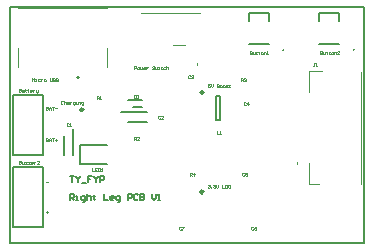
<source format=gto>
G04*
G04 #@! TF.GenerationSoftware,Altium Limited,Altium Designer,20.0.1 (14)*
G04*
G04 Layer_Color=65535*
%FSLAX24Y24*%
%MOIN*%
G70*
G01*
G75*
%ADD10C,0.0079*%
%ADD11C,0.0098*%
%ADD12C,0.0039*%
%ADD13C,0.0050*%
%ADD14C,0.0020*%
%ADD15C,0.0060*%
D10*
X11470Y6450D02*
G03*
X11470Y6450I-20J0D01*
G01*
X9120D02*
G03*
X9120Y6450I-20J0D01*
G01*
X9590Y2630D02*
G03*
X9590Y2669I0J20D01*
G01*
D02*
G03*
X9590Y2630I0J-20D01*
G01*
D02*
G03*
X9590Y2669I0J20D01*
G01*
X6256Y5969D02*
G03*
X6256Y5930I0J-20D01*
G01*
D02*
G03*
X6256Y5969I0J20D01*
G01*
D02*
G03*
X6256Y5930I0J-20D01*
G01*
X2272Y5561D02*
G03*
X2272Y5482I0J-39D01*
G01*
D02*
G03*
X2272Y5561I0J39D01*
G01*
X10985Y7421D02*
Y7677D01*
X10315D02*
X10985D01*
X10315Y7421D02*
Y7677D01*
X10318Y6629D02*
X10982D01*
X8635Y7421D02*
Y7677D01*
X7965D02*
X8635D01*
X7965Y7421D02*
Y7677D01*
X7969Y6629D02*
X8632D01*
X6881Y4894D02*
X7019D01*
Y4106D02*
Y4894D01*
X6881Y4106D02*
X7019D01*
X6881D02*
Y4894D01*
X100Y2550D02*
X1100D01*
Y550D02*
Y2550D01*
X100Y550D02*
X1100D01*
X100D02*
Y2550D01*
X3953Y4768D02*
X4407D01*
X4093Y4532D02*
X4407D01*
X3935Y4043D02*
X4565D01*
X3709Y4357D02*
X4565D01*
X2330Y3275D02*
X3245D01*
X2330Y2625D02*
Y3275D01*
Y2625D02*
X3245D01*
X1793Y2935D02*
Y3565D01*
X2107Y2935D02*
Y3791D01*
X100Y4950D02*
X1100D01*
Y2950D02*
Y4950D01*
X100Y2950D02*
X1100D01*
X100D02*
Y4950D01*
D11*
X6448Y1712D02*
G03*
X6448Y1712I-49J0D01*
G01*
X6458Y5022D02*
G03*
X6458Y5022I-49J0D01*
G01*
X2448Y4453D02*
G03*
X2448Y4453I-49J0D01*
G01*
D12*
X9984Y5031D02*
Y5740D01*
Y5031D02*
Y5740D01*
X10417D01*
X9984D02*
X10417D01*
X11716Y1980D02*
Y5720D01*
Y1980D02*
Y5720D01*
X9984Y1960D02*
X10318D01*
X9984D02*
X10318D01*
X9984D02*
Y2669D01*
Y1960D02*
Y2669D01*
X5448Y6618D02*
X5842D01*
X5448D02*
X5842D01*
X4366Y7681D02*
X6334D01*
X4366D02*
X6334D01*
X284Y5878D02*
Y6518D01*
X3237Y5878D02*
Y6518D01*
X284Y7846D02*
X3237D01*
D13*
X2000Y1450D02*
Y1650D01*
X2100D01*
X2133Y1617D01*
Y1550D01*
X2100Y1517D01*
X2000D01*
X2067D02*
X2133Y1450D01*
X2200D02*
X2267D01*
X2233D01*
Y1583D01*
X2200D01*
X2433Y1383D02*
X2467D01*
X2500Y1417D01*
Y1583D01*
X2400D01*
X2367Y1550D01*
Y1483D01*
X2400Y1450D01*
X2500D01*
X2566Y1650D02*
Y1450D01*
Y1550D01*
X2600Y1583D01*
X2666D01*
X2700Y1550D01*
Y1450D01*
X2800Y1617D02*
Y1583D01*
X2766D01*
X2833D01*
X2800D01*
Y1483D01*
X2833Y1450D01*
X3133Y1650D02*
Y1450D01*
X3266D01*
X3433D02*
X3366D01*
X3333Y1483D01*
Y1550D01*
X3366Y1583D01*
X3433D01*
X3466Y1550D01*
Y1517D01*
X3333D01*
X3599Y1383D02*
X3633D01*
X3666Y1417D01*
Y1583D01*
X3566D01*
X3533Y1550D01*
Y1483D01*
X3566Y1450D01*
X3666D01*
X3933D02*
Y1650D01*
X4033D01*
X4066Y1617D01*
Y1550D01*
X4033Y1517D01*
X3933D01*
X4266Y1617D02*
X4233Y1650D01*
X4166D01*
X4133Y1617D01*
Y1483D01*
X4166Y1450D01*
X4233D01*
X4266Y1483D01*
X4333Y1650D02*
Y1450D01*
X4433D01*
X4466Y1483D01*
Y1517D01*
X4433Y1550D01*
X4333D01*
X4433D01*
X4466Y1583D01*
Y1617D01*
X4433Y1650D01*
X4333D01*
X4732D02*
Y1517D01*
X4799Y1450D01*
X4866Y1517D01*
Y1650D01*
X4932Y1450D02*
X4999D01*
X4966D01*
Y1650D01*
X4932Y1617D01*
X2000Y2250D02*
X2133D01*
X2067D01*
Y2050D01*
X2200Y2250D02*
Y2217D01*
X2267Y2150D01*
X2333Y2217D01*
Y2250D01*
X2267Y2150D02*
Y2050D01*
X2400Y2017D02*
X2533D01*
X2733Y2250D02*
X2600D01*
Y2150D01*
X2666D01*
X2600D01*
Y2050D01*
X2800Y2250D02*
Y2217D01*
X2866Y2150D01*
X2933Y2217D01*
Y2250D01*
X2866Y2150D02*
Y2050D01*
X3000D02*
Y2250D01*
X3100D01*
X3133Y2217D01*
Y2150D01*
X3100Y2117D01*
X3000D01*
D14*
X1200Y1050D02*
X1267D01*
X1233Y1083D02*
Y1017D01*
X1200Y2050D02*
X1267D01*
X1200Y3500D02*
Y3400D01*
X1250D01*
X1267Y3417D01*
Y3433D01*
X1250Y3450D01*
X1200D01*
X1250D01*
X1267Y3467D01*
Y3483D01*
X1250Y3500D01*
X1200D01*
X1300Y3400D02*
Y3467D01*
X1333Y3500D01*
X1367Y3467D01*
Y3400D01*
Y3450D01*
X1300D01*
X1400Y3500D02*
X1467D01*
X1433D01*
Y3400D01*
X1500Y3450D02*
X1567D01*
X1533Y3483D02*
Y3417D01*
X1200Y4550D02*
Y4450D01*
X1250D01*
X1267Y4467D01*
Y4483D01*
X1250Y4500D01*
X1200D01*
X1250D01*
X1267Y4517D01*
Y4533D01*
X1250Y4550D01*
X1200D01*
X1300Y4450D02*
Y4517D01*
X1333Y4550D01*
X1367Y4517D01*
Y4450D01*
Y4500D01*
X1300D01*
X1400Y4550D02*
X1467D01*
X1433D01*
Y4450D01*
X1500Y4500D02*
X1567D01*
X10350Y6400D02*
Y6300D01*
X10400D01*
X10417Y6317D01*
Y6333D01*
X10400Y6350D01*
X10350D01*
X10400D01*
X10417Y6367D01*
Y6383D01*
X10400Y6400D01*
X10350D01*
X10450Y6367D02*
Y6317D01*
X10467Y6300D01*
X10517D01*
Y6367D01*
X10567Y6383D02*
Y6367D01*
X10550D01*
X10583D01*
X10567D01*
Y6317D01*
X10583Y6300D01*
X10650Y6383D02*
Y6367D01*
X10633D01*
X10667D01*
X10650D01*
Y6317D01*
X10667Y6300D01*
X10733D02*
X10767D01*
X10783Y6317D01*
Y6350D01*
X10767Y6367D01*
X10733D01*
X10717Y6350D01*
Y6317D01*
X10733Y6300D01*
X10817D02*
Y6367D01*
X10867D01*
X10883Y6350D01*
Y6300D01*
X10983D02*
X10916D01*
X10983Y6367D01*
Y6383D01*
X10966Y6400D01*
X10933D01*
X10916Y6383D01*
X8000Y6400D02*
Y6300D01*
X8050D01*
X8067Y6317D01*
Y6333D01*
X8050Y6350D01*
X8000D01*
X8050D01*
X8067Y6367D01*
Y6383D01*
X8050Y6400D01*
X8000D01*
X8100Y6367D02*
Y6317D01*
X8117Y6300D01*
X8167D01*
Y6367D01*
X8217Y6383D02*
Y6367D01*
X8200D01*
X8233D01*
X8217D01*
Y6317D01*
X8233Y6300D01*
X8300Y6383D02*
Y6367D01*
X8283D01*
X8317D01*
X8300D01*
Y6317D01*
X8317Y6300D01*
X8383D02*
X8417D01*
X8433Y6317D01*
Y6350D01*
X8417Y6367D01*
X8383D01*
X8367Y6350D01*
Y6317D01*
X8383Y6300D01*
X8467D02*
Y6367D01*
X8516D01*
X8533Y6350D01*
Y6300D01*
X8566D02*
X8600D01*
X8583D01*
Y6400D01*
X8566Y6383D01*
X4150Y5800D02*
Y5900D01*
X4200D01*
X4217Y5883D01*
Y5850D01*
X4200Y5833D01*
X4150D01*
X4267Y5800D02*
X4300D01*
X4317Y5817D01*
Y5850D01*
X4300Y5867D01*
X4267D01*
X4250Y5850D01*
Y5817D01*
X4267Y5800D01*
X4350Y5867D02*
Y5817D01*
X4367Y5800D01*
X4383Y5817D01*
X4400Y5800D01*
X4417Y5817D01*
Y5867D01*
X4500Y5800D02*
X4467D01*
X4450Y5817D01*
Y5850D01*
X4467Y5867D01*
X4500D01*
X4517Y5850D01*
Y5833D01*
X4450D01*
X4550Y5867D02*
Y5800D01*
Y5833D01*
X4567Y5850D01*
X4583Y5867D01*
X4600D01*
X4816Y5883D02*
X4800Y5900D01*
X4766D01*
X4750Y5883D01*
Y5867D01*
X4766Y5850D01*
X4800D01*
X4816Y5833D01*
Y5817D01*
X4800Y5800D01*
X4766D01*
X4750Y5817D01*
X4850Y5867D02*
Y5817D01*
X4866Y5800D01*
X4883Y5817D01*
X4900Y5800D01*
X4916Y5817D01*
Y5867D01*
X4950Y5800D02*
X4983D01*
X4966D01*
Y5867D01*
X4950D01*
X5050Y5883D02*
Y5867D01*
X5033D01*
X5066D01*
X5050D01*
Y5817D01*
X5066Y5800D01*
X5183Y5867D02*
X5133D01*
X5116Y5850D01*
Y5817D01*
X5133Y5800D01*
X5183D01*
X5216Y5900D02*
Y5800D01*
Y5850D01*
X5233Y5867D01*
X5266D01*
X5283Y5850D01*
Y5800D01*
X6000Y2250D02*
Y2350D01*
X6050D01*
X6067Y2333D01*
Y2300D01*
X6050Y2283D01*
X6000D01*
X6033D02*
X6067Y2250D01*
X6150D02*
Y2350D01*
X6100Y2300D01*
X6167D01*
X7700Y5400D02*
Y5500D01*
X7750D01*
X7767Y5483D01*
Y5450D01*
X7750Y5433D01*
X7700D01*
X7733D02*
X7767Y5400D01*
X7800Y5483D02*
X7817Y5500D01*
X7850D01*
X7867Y5483D01*
Y5467D01*
X7850Y5450D01*
X7833D01*
X7850D01*
X7867Y5433D01*
Y5417D01*
X7850Y5400D01*
X7817D01*
X7800Y5417D01*
X4150Y3450D02*
Y3550D01*
X4200D01*
X4217Y3533D01*
Y3500D01*
X4200Y3483D01*
X4150D01*
X4183D02*
X4217Y3450D01*
X4317D02*
X4250D01*
X4317Y3517D01*
Y3533D01*
X4300Y3550D01*
X4267D01*
X4250Y3533D01*
X2900Y4800D02*
Y4900D01*
X2950D01*
X2967Y4883D01*
Y4850D01*
X2950Y4833D01*
X2900D01*
X2933D02*
X2967Y4800D01*
X3000D02*
X3033D01*
X3017D01*
Y4900D01*
X3000Y4883D01*
X300Y2750D02*
Y2650D01*
X350D01*
X367Y2667D01*
Y2683D01*
X350Y2700D01*
X300D01*
X350D01*
X367Y2717D01*
Y2733D01*
X350Y2750D01*
X300D01*
X400Y2717D02*
Y2667D01*
X417Y2650D01*
X467D01*
Y2717D01*
X500D02*
X567D01*
X500Y2650D01*
X567D01*
X600Y2717D02*
X667D01*
X600Y2650D01*
X667D01*
X750D02*
X717D01*
X700Y2667D01*
Y2700D01*
X717Y2717D01*
X750D01*
X767Y2700D01*
Y2683D01*
X700D01*
X800Y2717D02*
Y2650D01*
Y2683D01*
X816Y2700D01*
X833Y2717D01*
X850D01*
X966Y2650D02*
X900D01*
X966Y2717D01*
Y2733D01*
X950Y2750D01*
X916D01*
X900Y2733D01*
X2750Y2500D02*
Y2400D01*
X2817D01*
X2917Y2500D02*
X2850D01*
Y2400D01*
X2917D01*
X2850Y2450D02*
X2883D01*
X2950Y2500D02*
Y2400D01*
X3000D01*
X3017Y2417D01*
Y2483D01*
X3000Y2500D01*
X2950D01*
X3050Y2400D02*
X3083D01*
X3067D01*
Y2500D01*
X3050Y2483D01*
X6900Y3750D02*
Y3650D01*
X6967D01*
X7000D02*
X7033D01*
X7017D01*
Y3750D01*
X7000Y3733D01*
X300Y5150D02*
Y5050D01*
X350D01*
X367Y5067D01*
Y5083D01*
X350Y5100D01*
X300D01*
X350D01*
X367Y5117D01*
Y5133D01*
X350Y5150D01*
X300D01*
X417Y5117D02*
X450D01*
X467Y5100D01*
Y5050D01*
X417D01*
X400Y5067D01*
X417Y5083D01*
X467D01*
X517Y5133D02*
Y5117D01*
X500D01*
X533D01*
X517D01*
Y5067D01*
X533Y5050D01*
X600Y5133D02*
Y5117D01*
X583D01*
X617D01*
X600D01*
Y5067D01*
X617Y5050D01*
X717D02*
X683D01*
X667Y5067D01*
Y5100D01*
X683Y5117D01*
X717D01*
X733Y5100D01*
Y5083D01*
X667D01*
X767Y5117D02*
Y5050D01*
Y5083D01*
X783Y5100D01*
X800Y5117D01*
X816D01*
X866D02*
Y5067D01*
X883Y5050D01*
X933D01*
Y5033D01*
X916Y5017D01*
X900D01*
X933Y5050D02*
Y5117D01*
X750Y5400D02*
Y5500D01*
X783Y5467D01*
X817Y5500D01*
Y5400D01*
X850D02*
X883D01*
X867D01*
Y5467D01*
X850D01*
X1000D02*
X950D01*
X933Y5450D01*
Y5417D01*
X950Y5400D01*
X1000D01*
X1033Y5467D02*
Y5400D01*
Y5433D01*
X1050Y5450D01*
X1067Y5467D01*
X1083D01*
X1150Y5400D02*
X1183D01*
X1200Y5417D01*
Y5450D01*
X1183Y5467D01*
X1150D01*
X1133Y5450D01*
Y5417D01*
X1150Y5400D01*
X1333Y5500D02*
Y5417D01*
X1350Y5400D01*
X1383D01*
X1400Y5417D01*
Y5500D01*
X1500Y5483D02*
X1483Y5500D01*
X1450D01*
X1433Y5483D01*
Y5467D01*
X1450Y5450D01*
X1483D01*
X1500Y5433D01*
Y5417D01*
X1483Y5400D01*
X1450D01*
X1433Y5417D01*
X1533Y5500D02*
Y5400D01*
X1583D01*
X1600Y5417D01*
Y5433D01*
X1583Y5450D01*
X1533D01*
X1583D01*
X1600Y5467D01*
Y5483D01*
X1583Y5500D01*
X1533D01*
X10167Y6000D02*
X10133D01*
X10150D01*
Y5917D01*
X10133Y5900D01*
X10117D01*
X10100Y5917D01*
X10200Y5900D02*
X10233D01*
X10217D01*
Y6000D01*
X10200Y5983D01*
X6600Y1933D02*
X6617Y1950D01*
X6650D01*
X6667Y1933D01*
Y1917D01*
X6650Y1900D01*
X6633D01*
X6650D01*
X6667Y1883D01*
Y1867D01*
X6650Y1850D01*
X6617D01*
X6600Y1867D01*
X6700Y1850D02*
Y1867D01*
X6717D01*
Y1850D01*
X6700D01*
X6783Y1933D02*
X6800Y1950D01*
X6833D01*
X6850Y1933D01*
Y1917D01*
X6833Y1900D01*
X6817D01*
X6833D01*
X6850Y1883D01*
Y1867D01*
X6833Y1850D01*
X6800D01*
X6783Y1867D01*
X6883Y1950D02*
Y1883D01*
X6917Y1850D01*
X6950Y1883D01*
Y1950D01*
X7083D02*
Y1850D01*
X7150D01*
X7183Y1950D02*
Y1850D01*
X7233D01*
X7250Y1867D01*
Y1933D01*
X7233Y1950D01*
X7183D01*
X7333D02*
X7300D01*
X7283Y1933D01*
Y1867D01*
X7300Y1850D01*
X7333D01*
X7350Y1867D01*
Y1933D01*
X7333Y1950D01*
X6667Y5300D02*
X6600D01*
Y5250D01*
X6633Y5267D01*
X6650D01*
X6667Y5250D01*
Y5217D01*
X6650Y5200D01*
X6617D01*
X6600Y5217D01*
X6700Y5300D02*
Y5233D01*
X6733Y5200D01*
X6767Y5233D01*
Y5300D01*
X6900D02*
Y5200D01*
X6950D01*
X6967Y5217D01*
Y5233D01*
X6950Y5250D01*
X6900D01*
X6950D01*
X6967Y5267D01*
Y5283D01*
X6950Y5300D01*
X6900D01*
X7017Y5200D02*
X7050D01*
X7067Y5217D01*
Y5250D01*
X7050Y5267D01*
X7017D01*
X7000Y5250D01*
Y5217D01*
X7017Y5200D01*
X7117D02*
X7150D01*
X7166Y5217D01*
Y5250D01*
X7150Y5267D01*
X7117D01*
X7100Y5250D01*
Y5217D01*
X7117Y5200D01*
X7200D02*
X7250D01*
X7266Y5217D01*
X7250Y5233D01*
X7216D01*
X7200Y5250D01*
X7216Y5267D01*
X7266D01*
X7316Y5283D02*
Y5267D01*
X7300D01*
X7333D01*
X7316D01*
Y5217D01*
X7333Y5200D01*
X1767Y4733D02*
X1750Y4750D01*
X1717D01*
X1700Y4733D01*
Y4667D01*
X1717Y4650D01*
X1750D01*
X1767Y4667D01*
X1800Y4750D02*
Y4650D01*
Y4700D01*
X1817Y4717D01*
X1850D01*
X1867Y4700D01*
Y4650D01*
X1917Y4717D02*
X1950D01*
X1967Y4700D01*
Y4650D01*
X1917D01*
X1900Y4667D01*
X1917Y4683D01*
X1967D01*
X2000Y4717D02*
Y4650D01*
Y4683D01*
X2017Y4700D01*
X2033Y4717D01*
X2050D01*
X2133Y4617D02*
X2150D01*
X2167Y4633D01*
Y4717D01*
X2117D01*
X2100Y4700D01*
Y4667D01*
X2117Y4650D01*
X2167D01*
X2200D02*
X2233D01*
X2217D01*
Y4717D01*
X2200D01*
X2283Y4650D02*
Y4717D01*
X2333D01*
X2350Y4700D01*
Y4650D01*
X2416Y4617D02*
X2433D01*
X2450Y4633D01*
Y4717D01*
X2400D01*
X2383Y4700D01*
Y4667D01*
X2400Y4650D01*
X2450D01*
X4150Y4950D02*
Y4850D01*
X4200D01*
X4217Y4867D01*
Y4933D01*
X4200Y4950D01*
X4150D01*
X4250Y4850D02*
X4283D01*
X4267D01*
Y4950D01*
X4250Y4933D01*
X5717Y533D02*
X5700Y550D01*
X5667D01*
X5650Y533D01*
Y467D01*
X5667Y450D01*
X5700D01*
X5717Y467D01*
X5750Y550D02*
X5817D01*
Y533D01*
X5750Y467D01*
Y450D01*
X8117Y533D02*
X8100Y550D01*
X8067D01*
X8050Y533D01*
Y467D01*
X8067Y450D01*
X8100D01*
X8117Y467D01*
X8217Y550D02*
X8183Y533D01*
X8150Y500D01*
Y467D01*
X8167Y450D01*
X8200D01*
X8217Y467D01*
Y483D01*
X8200Y500D01*
X8150D01*
X7817Y2333D02*
X7800Y2350D01*
X7767D01*
X7750Y2333D01*
Y2267D01*
X7767Y2250D01*
X7800D01*
X7817Y2267D01*
X7917Y2350D02*
X7850D01*
Y2300D01*
X7883Y2317D01*
X7900D01*
X7917Y2300D01*
Y2267D01*
X7900Y2250D01*
X7867D01*
X7850Y2267D01*
X7867Y4683D02*
X7850Y4700D01*
X7817D01*
X7800Y4683D01*
Y4617D01*
X7817Y4600D01*
X7850D01*
X7867Y4617D01*
X7950Y4600D02*
Y4700D01*
X7900Y4650D01*
X7967D01*
X6017Y5583D02*
X6000Y5600D01*
X5967D01*
X5950Y5583D01*
Y5517D01*
X5967Y5500D01*
X6000D01*
X6017Y5517D01*
X6050Y5583D02*
X6067Y5600D01*
X6100D01*
X6117Y5583D01*
Y5567D01*
X6100Y5550D01*
X6083D01*
X6100D01*
X6117Y5533D01*
Y5517D01*
X6100Y5500D01*
X6067D01*
X6050Y5517D01*
X5017Y4233D02*
X5000Y4250D01*
X4967D01*
X4950Y4233D01*
Y4167D01*
X4967Y4150D01*
X5000D01*
X5017Y4167D01*
X5117Y4150D02*
X5050D01*
X5117Y4217D01*
Y4233D01*
X5100Y4250D01*
X5067D01*
X5050Y4233D01*
X1967Y3983D02*
X1950Y4000D01*
X1917D01*
X1900Y3983D01*
Y3917D01*
X1917Y3900D01*
X1950D01*
X1967Y3917D01*
X2000Y3900D02*
X2033D01*
X2017D01*
Y4000D01*
X2000Y3983D01*
D15*
X0Y7874D02*
X11811D01*
Y0D02*
Y7874D01*
X0Y0D02*
X11811D01*
X0D02*
Y7874D01*
M02*

</source>
